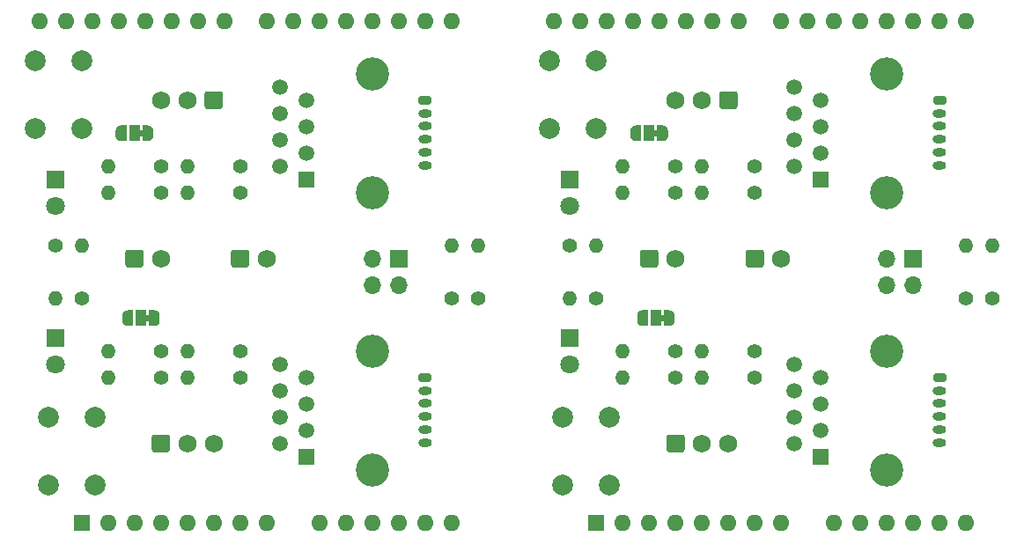
<source format=gbs>
%MOIN*%
%OFA0B0*%
%FSLAX46Y46*%
%IPPOS*%
%LPD*%
%ADD10C,0.0039370078740157488*%
%ADD11R,0.03937007874015748X0.059055118110236227*%
%ADD12C,0.055118110236220472*%
%ADD13O,0.055118110236220472X0.055118110236220472*%
%ADD14O,0.062992125984251982X0.062992125984251982*%
%ADD15R,0.062992125984251982X0.062992125984251982*%
%ADD16C,0.070866141732283464*%
%ADD17R,0.070866141732283464X0.070866141732283464*%
%ADD18R,0.066929133858267723X0.066929133858267723*%
%ADD19O,0.066929133858267723X0.066929133858267723*%
%ADD20O,0.051181102362204731X0.031496062992125991*%
%ADD21C,0.068503937007874022*%
%ADD22C,0.12598425196850396*%
%ADD23R,0.059055118110236227X0.059055118110236227*%
%ADD24C,0.059055118110236227*%
%ADD25C,0.07874015748031496*%
%ADD36C,0.0039370078740157488*%
%ADD37R,0.03937007874015748X0.059055118110236227*%
%ADD38C,0.055118110236220472*%
%ADD39O,0.055118110236220472X0.055118110236220472*%
%ADD40O,0.062992125984251982X0.062992125984251982*%
%ADD41R,0.062992125984251982X0.062992125984251982*%
%ADD42C,0.070866141732283464*%
%ADD43R,0.070866141732283464X0.070866141732283464*%
%ADD44R,0.066929133858267723X0.066929133858267723*%
%ADD45O,0.066929133858267723X0.066929133858267723*%
%ADD46O,0.051181102362204731X0.031496062992125991*%
%ADD47C,0.068503937007874022*%
%ADD48C,0.12598425196850396*%
%ADD49R,0.059055118110236227X0.059055118110236227*%
%ADD50C,0.059055118110236227*%
%ADD51C,0.07874015748031496*%
%LPD*%
G01*
D10*
G36*
X0000509842Y0001573031D02*
G01*
X0000490157Y0001573031D01*
X0000490157Y0001549409D01*
X0000509842Y0001549409D01*
X0000509842Y0001573031D01*
G37*
G36*
X0000534842Y0000873031D02*
G01*
X0000515157Y0000873031D01*
X0000515157Y0000849409D01*
X0000534842Y0000849409D01*
X0000534842Y0000873031D01*
G37*
G36*
X0000503937Y0001590748D02*
G01*
X0000525590Y0001590748D01*
X0000525590Y0001590724D01*
X0000526556Y0001590724D01*
X0000528478Y0001590534D01*
X0000530373Y0001590158D01*
X0000532222Y0001589597D01*
X0000534007Y0001588858D01*
X0000535710Y0001587947D01*
X0000537316Y0001586874D01*
X0000538810Y0001585648D01*
X0000540176Y0001584282D01*
X0000541401Y0001582789D01*
X0000542474Y0001581183D01*
X0000543385Y0001579479D01*
X0000544124Y0001577694D01*
X0000544685Y0001575846D01*
X0000545062Y0001573951D01*
X0000545251Y0001572028D01*
X0000545251Y0001571062D01*
X0000545275Y0001571062D01*
X0000545275Y0001551377D01*
X0000545251Y0001551377D01*
X0000545251Y0001550412D01*
X0000545062Y0001548489D01*
X0000544685Y0001546594D01*
X0000544124Y0001544746D01*
X0000543385Y0001542961D01*
X0000542474Y0001541257D01*
X0000541401Y0001539651D01*
X0000540176Y0001538158D01*
X0000538810Y0001536792D01*
X0000537316Y0001535566D01*
X0000535710Y0001534493D01*
X0000534007Y0001533582D01*
X0000532222Y0001532843D01*
X0000530373Y0001532282D01*
X0000528478Y0001531905D01*
X0000526556Y0001531716D01*
X0000525590Y0001531716D01*
X0000525590Y0001531692D01*
X0000503937Y0001531692D01*
X0000503937Y0001590748D01*
G37*
D11*
X0000474409Y0001561220D03*
D10*
G36*
X0000423228Y0001531716D02*
G01*
X0000422262Y0001531716D01*
X0000420339Y0001531905D01*
X0000418445Y0001532282D01*
X0000416596Y0001532843D01*
X0000414811Y0001533582D01*
X0000413108Y0001534493D01*
X0000411501Y0001535566D01*
X0000410008Y0001536792D01*
X0000408642Y0001538158D01*
X0000407417Y0001539651D01*
X0000406343Y0001541257D01*
X0000405433Y0001542961D01*
X0000404693Y0001544746D01*
X0000404133Y0001546594D01*
X0000403756Y0001548489D01*
X0000403566Y0001550412D01*
X0000403566Y0001551377D01*
X0000403543Y0001551377D01*
X0000403543Y0001571062D01*
X0000403566Y0001571062D01*
X0000403566Y0001572028D01*
X0000403756Y0001573951D01*
X0000404133Y0001575846D01*
X0000404693Y0001577694D01*
X0000405433Y0001579479D01*
X0000406343Y0001581183D01*
X0000407417Y0001582789D01*
X0000408642Y0001584282D01*
X0000410008Y0001585648D01*
X0000411501Y0001586874D01*
X0000413108Y0001587947D01*
X0000414811Y0001588858D01*
X0000416596Y0001589597D01*
X0000418445Y0001590158D01*
X0000420339Y0001590534D01*
X0000422262Y0001590724D01*
X0000423228Y0001590724D01*
X0000423228Y0001590748D01*
X0000444881Y0001590748D01*
X0000444881Y0001531692D01*
X0000423228Y0001531692D01*
X0000423228Y0001531716D01*
G37*
G36*
X0000528937Y0000890748D02*
G01*
X0000550590Y0000890748D01*
X0000550590Y0000890724D01*
X0000551556Y0000890724D01*
X0000553478Y0000890534D01*
X0000555373Y0000890158D01*
X0000557222Y0000889597D01*
X0000559007Y0000888858D01*
X0000560710Y0000887947D01*
X0000562316Y0000886874D01*
X0000563810Y0000885648D01*
X0000565176Y0000884282D01*
X0000566401Y0000882789D01*
X0000567474Y0000881183D01*
X0000568385Y0000879479D01*
X0000569124Y0000877694D01*
X0000569685Y0000875846D01*
X0000570062Y0000873951D01*
X0000570251Y0000872028D01*
X0000570251Y0000871062D01*
X0000570275Y0000871062D01*
X0000570275Y0000851377D01*
X0000570251Y0000851377D01*
X0000570251Y0000850412D01*
X0000570062Y0000848489D01*
X0000569685Y0000846594D01*
X0000569124Y0000844746D01*
X0000568385Y0000842961D01*
X0000567474Y0000841257D01*
X0000566401Y0000839651D01*
X0000565176Y0000838158D01*
X0000563810Y0000836792D01*
X0000562316Y0000835566D01*
X0000560710Y0000834493D01*
X0000559007Y0000833582D01*
X0000557222Y0000832843D01*
X0000555373Y0000832282D01*
X0000553478Y0000831905D01*
X0000551556Y0000831716D01*
X0000550590Y0000831716D01*
X0000550590Y0000831692D01*
X0000528937Y0000831692D01*
X0000528937Y0000890748D01*
G37*
D11*
X0000499409Y0000861220D03*
D10*
G36*
X0000448228Y0000831716D02*
G01*
X0000447262Y0000831716D01*
X0000445339Y0000831905D01*
X0000443445Y0000832282D01*
X0000441596Y0000832843D01*
X0000439811Y0000833582D01*
X0000438108Y0000834493D01*
X0000436501Y0000835566D01*
X0000435008Y0000836792D01*
X0000433642Y0000838158D01*
X0000432417Y0000839651D01*
X0000431343Y0000841257D01*
X0000430433Y0000842961D01*
X0000429694Y0000844746D01*
X0000429133Y0000846594D01*
X0000428756Y0000848489D01*
X0000428567Y0000850412D01*
X0000428567Y0000851377D01*
X0000428543Y0000851377D01*
X0000428543Y0000871062D01*
X0000428567Y0000871062D01*
X0000428567Y0000872028D01*
X0000428756Y0000873951D01*
X0000429133Y0000875846D01*
X0000429694Y0000877694D01*
X0000430433Y0000879479D01*
X0000431343Y0000881183D01*
X0000432417Y0000882789D01*
X0000433642Y0000884282D01*
X0000435008Y0000885648D01*
X0000436501Y0000886874D01*
X0000438108Y0000887947D01*
X0000439811Y0000888858D01*
X0000441596Y0000889597D01*
X0000443445Y0000890158D01*
X0000445339Y0000890534D01*
X0000447262Y0000890724D01*
X0000448228Y0000890724D01*
X0000448228Y0000890748D01*
X0000469881Y0000890748D01*
X0000469881Y0000831692D01*
X0000448228Y0000831692D01*
X0000448228Y0000831716D01*
G37*
D12*
X0000874409Y0000636220D03*
D13*
X0000674409Y0000636220D03*
D12*
X0000174409Y0001136220D03*
D13*
X0000174409Y0000936220D03*
D12*
X0000274409Y0000936220D03*
D13*
X0000274409Y0001136220D03*
D12*
X0000574409Y0000636220D03*
D13*
X0000374409Y0000636220D03*
D12*
X0000574409Y0000736220D03*
D13*
X0000374409Y0000736220D03*
D12*
X0000874409Y0000736220D03*
D13*
X0000674409Y0000736220D03*
D12*
X0000874409Y0001336220D03*
D13*
X0000674409Y0001336220D03*
D12*
X0000574409Y0001336220D03*
D13*
X0000374409Y0001336220D03*
D12*
X0000874409Y0001436220D03*
D13*
X0000674409Y0001436220D03*
D12*
X0000574409Y0001436220D03*
D13*
X0000374409Y0001436220D03*
D14*
X0001574409Y0001986220D03*
X0001674409Y0001986220D03*
X0001674409Y0000086220D03*
X0001574409Y0000086220D03*
X0000314566Y0001986220D03*
X0001474409Y0000086220D03*
X0000414566Y0001986220D03*
X0001374409Y0000086220D03*
X0000514566Y0001986220D03*
X0001274409Y0000086220D03*
X0000614566Y0001986220D03*
X0001174409Y0000086220D03*
X0000714566Y0001986220D03*
X0000974409Y0000086220D03*
X0000814566Y0001986220D03*
X0000874409Y0000086220D03*
X0000974409Y0001986220D03*
X0000774409Y0000086220D03*
X0001074409Y0001986220D03*
X0000674409Y0000086220D03*
X0001174409Y0001986220D03*
X0000574409Y0000086220D03*
X0001274409Y0001986220D03*
X0000474409Y0000086220D03*
X0001374409Y0001986220D03*
X0000374409Y0000086220D03*
X0001474409Y0001986220D03*
D15*
X0000274409Y0000086220D03*
D14*
X0000114566Y0001986220D03*
X0000214566Y0001986220D03*
D16*
X0000174409Y0001286220D03*
D17*
X0000174409Y0001386220D03*
X0000174409Y0000786220D03*
D16*
X0000174409Y0000686220D03*
D18*
X0001474409Y0001086220D03*
D19*
X0001374409Y0001086220D03*
X0001474409Y0000986220D03*
X0001374409Y0000986220D03*
G36*
G01*
X0001556692Y0000651968D02*
X0001592125Y0000651968D01*
G75*
G02*
X0001599999Y0000644094J-0000007874D01*
G01*
X0001599999Y0000628346D01*
G75*
G02*
X0001592125Y0000620472I-0000007874D01*
G01*
X0001556692Y0000620472D01*
G75*
G02*
X0001548818Y0000628346J0000007874D01*
G01*
X0001548818Y0000644094D01*
G75*
G02*
X0001556692Y0000651968I0000007874D01*
G01*
G37*
D20*
X0001574409Y0000587007D03*
X0001574409Y0000537795D03*
X0001574409Y0000488582D03*
X0001574409Y0000439370D03*
X0001574409Y0000390157D03*
G36*
G01*
X0000440157Y0001061810D02*
X0000440157Y0001110629D01*
G75*
G02*
X0000449999Y0001120472I0000009842D01*
G01*
X0000498818Y0001120472D01*
G75*
G02*
X0000508661Y0001110629J-0000009842D01*
G01*
X0000508661Y0001061810D01*
G75*
G02*
X0000498818Y0001051968I-0000009842D01*
G01*
X0000449999Y0001051968D01*
G75*
G02*
X0000440157Y0001061810J0000009842D01*
G01*
G37*
D21*
X0000574409Y0001086220D03*
G36*
G01*
X0000540157Y0000361810D02*
X0000540157Y0000410629D01*
G75*
G02*
X0000549999Y0000420472I0000009842D01*
G01*
X0000598818Y0000420472D01*
G75*
G02*
X0000608661Y0000410629J-0000009842D01*
G01*
X0000608661Y0000361810D01*
G75*
G02*
X0000598818Y0000351968I-0000009842D01*
G01*
X0000549999Y0000351968D01*
G75*
G02*
X0000540157Y0000361810J0000009842D01*
G01*
G37*
X0000674409Y0000386220D03*
X0000774409Y0000386220D03*
X0000574409Y0001686220D03*
X0000674409Y0001686220D03*
G36*
G01*
X0000808661Y0001710629D02*
X0000808661Y0001661810D01*
G75*
G02*
X0000798818Y0001651968I-0000009842D01*
G01*
X0000749999Y0001651968D01*
G75*
G02*
X0000740157Y0001661810J0000009842D01*
G01*
X0000740157Y0001710629D01*
G75*
G02*
X0000749999Y0001720472I0000009842D01*
G01*
X0000798818Y0001720472D01*
G75*
G02*
X0000808661Y0001710629J-0000009842D01*
G01*
G37*
D22*
X0001374409Y0000736220D03*
X0001374409Y0000286220D03*
D23*
X0001124409Y0000336220D03*
D24*
X0001024409Y0000386220D03*
X0001124409Y0000436220D03*
X0001024409Y0000486220D03*
X0001124409Y0000536220D03*
X0001024409Y0000586220D03*
X0001124409Y0000636220D03*
X0001024409Y0000686220D03*
X0001024409Y0001736220D03*
X0001124409Y0001686220D03*
X0001024409Y0001636220D03*
X0001124409Y0001586220D03*
X0001024409Y0001536220D03*
X0001124409Y0001486220D03*
X0001024409Y0001436220D03*
D23*
X0001124409Y0001386220D03*
D22*
X0001374409Y0001336220D03*
X0001374409Y0001786220D03*
D20*
X0001574409Y0001440157D03*
X0001574409Y0001489370D03*
X0001574409Y0001538582D03*
X0001574409Y0001587795D03*
X0001574409Y0001637007D03*
G36*
G01*
X0001556692Y0001701968D02*
X0001592125Y0001701968D01*
G75*
G02*
X0001599999Y0001694094J-0000007874D01*
G01*
X0001599999Y0001678346D01*
G75*
G02*
X0001592125Y0001670472I-0000007874D01*
G01*
X0001556692Y0001670472D01*
G75*
G02*
X0001548818Y0001678346J0000007874D01*
G01*
X0001548818Y0001694094D01*
G75*
G02*
X0001556692Y0001701968I0000007874D01*
G01*
G37*
D21*
X0000974409Y0001086220D03*
G36*
G01*
X0000840157Y0001061810D02*
X0000840157Y0001110629D01*
G75*
G02*
X0000849999Y0001120472I0000009842D01*
G01*
X0000898818Y0001120472D01*
G75*
G02*
X0000908661Y0001110629J-0000009842D01*
G01*
X0000908661Y0001061810D01*
G75*
G02*
X0000898818Y0001051968I-0000009842D01*
G01*
X0000849999Y0001051968D01*
G75*
G02*
X0000840157Y0001061810J0000009842D01*
G01*
G37*
D25*
X0000097244Y0001836220D03*
X0000274409Y0001836220D03*
X0000097244Y0001580314D03*
X0000274409Y0001580314D03*
X0000324409Y0000230314D03*
X0000147244Y0000230314D03*
X0000324409Y0000486220D03*
X0000147244Y0000486220D03*
D12*
X0001674409Y0000936220D03*
D13*
X0001674409Y0001136220D03*
X0001774409Y0001136220D03*
D12*
X0001774409Y0000936220D03*
G04 next file*
%LPD*%
G04 #@! TF.GenerationSoftware,KiCad,Pcbnew,(5.1.10)-1*
G04 #@! TF.CreationDate,2021-10-24T19:50:33-07:00*
G04 #@! TF.ProjectId,project,70726f6a-6563-4742-9e6b-696361645f70,rev?*
G04 #@! TF.SameCoordinates,Original*
G04 #@! TF.FileFunction,Soldermask,Bot*
G04 #@! TF.FilePolarity,Negative*
G04 Gerber Fmt 4.6, Leading zero omitted, Abs format (unit mm)*
G04 Created by KiCad (PCBNEW (5.1.10)-1) date 2021-10-24 19:50:33*
G01*
G04 APERTURE LIST*
G04 APERTURE END LIST*
D36*
G36*
X0002458661Y0001573031D02*
G01*
X0002438976Y0001573031D01*
X0002438976Y0001549409D01*
X0002458661Y0001549409D01*
X0002458661Y0001573031D01*
G37*
G36*
X0002483661Y0000873031D02*
G01*
X0002463976Y0000873031D01*
X0002463976Y0000849409D01*
X0002483661Y0000849409D01*
X0002483661Y0000873031D01*
G37*
G36*
X0002452755Y0001590748D02*
G01*
X0002474409Y0001590748D01*
X0002474409Y0001590724D01*
X0002475375Y0001590724D01*
X0002477297Y0001590534D01*
X0002479192Y0001590158D01*
X0002481041Y0001589597D01*
X0002482825Y0001588858D01*
X0002484529Y0001587947D01*
X0002486135Y0001586874D01*
X0002487629Y0001585648D01*
X0002488995Y0001584282D01*
X0002490220Y0001582789D01*
X0002491293Y0001581183D01*
X0002492204Y0001579479D01*
X0002492943Y0001577694D01*
X0002493504Y0001575846D01*
X0002493881Y0001573951D01*
X0002494070Y0001572028D01*
X0002494070Y0001571062D01*
X0002494094Y0001571062D01*
X0002494094Y0001551377D01*
X0002494070Y0001551377D01*
X0002494070Y0001550412D01*
X0002493881Y0001548489D01*
X0002493504Y0001546594D01*
X0002492943Y0001544746D01*
X0002492204Y0001542961D01*
X0002491293Y0001541257D01*
X0002490220Y0001539651D01*
X0002488995Y0001538158D01*
X0002487629Y0001536792D01*
X0002486135Y0001535566D01*
X0002484529Y0001534493D01*
X0002482825Y0001533582D01*
X0002481041Y0001532843D01*
X0002479192Y0001532282D01*
X0002477297Y0001531905D01*
X0002475375Y0001531716D01*
X0002474409Y0001531716D01*
X0002474409Y0001531692D01*
X0002452755Y0001531692D01*
X0002452755Y0001590748D01*
G37*
D37*
X0002423228Y0001561220D03*
D36*
G36*
X0002372047Y0001531716D02*
G01*
X0002371081Y0001531716D01*
X0002369158Y0001531905D01*
X0002367264Y0001532282D01*
X0002365415Y0001532843D01*
X0002363630Y0001533582D01*
X0002361927Y0001534493D01*
X0002360320Y0001535566D01*
X0002358827Y0001536792D01*
X0002357461Y0001538158D01*
X0002356236Y0001539651D01*
X0002355162Y0001541257D01*
X0002354252Y0001542961D01*
X0002353512Y0001544746D01*
X0002352952Y0001546594D01*
X0002352575Y0001548489D01*
X0002352385Y0001550412D01*
X0002352385Y0001551377D01*
X0002352362Y0001551377D01*
X0002352362Y0001571062D01*
X0002352385Y0001571062D01*
X0002352385Y0001572028D01*
X0002352575Y0001573951D01*
X0002352952Y0001575846D01*
X0002353512Y0001577694D01*
X0002354252Y0001579479D01*
X0002355162Y0001581183D01*
X0002356236Y0001582789D01*
X0002357461Y0001584282D01*
X0002358827Y0001585648D01*
X0002360320Y0001586874D01*
X0002361927Y0001587947D01*
X0002363630Y0001588858D01*
X0002365415Y0001589597D01*
X0002367264Y0001590158D01*
X0002369158Y0001590534D01*
X0002371081Y0001590724D01*
X0002372047Y0001590724D01*
X0002372047Y0001590748D01*
X0002393700Y0001590748D01*
X0002393700Y0001531692D01*
X0002372047Y0001531692D01*
X0002372047Y0001531716D01*
G37*
G36*
X0002477755Y0000890748D02*
G01*
X0002499409Y0000890748D01*
X0002499409Y0000890724D01*
X0002500375Y0000890724D01*
X0002502297Y0000890534D01*
X0002504192Y0000890158D01*
X0002506041Y0000889597D01*
X0002507825Y0000888858D01*
X0002509529Y0000887947D01*
X0002511135Y0000886874D01*
X0002512629Y0000885648D01*
X0002513995Y0000884282D01*
X0002515220Y0000882789D01*
X0002516293Y0000881183D01*
X0002517204Y0000879479D01*
X0002517943Y0000877694D01*
X0002518504Y0000875846D01*
X0002518881Y0000873951D01*
X0002519070Y0000872028D01*
X0002519070Y0000871062D01*
X0002519094Y0000871062D01*
X0002519094Y0000851377D01*
X0002519070Y0000851377D01*
X0002519070Y0000850412D01*
X0002518881Y0000848489D01*
X0002518504Y0000846594D01*
X0002517943Y0000844746D01*
X0002517204Y0000842961D01*
X0002516293Y0000841257D01*
X0002515220Y0000839651D01*
X0002513995Y0000838158D01*
X0002512629Y0000836792D01*
X0002511135Y0000835566D01*
X0002509529Y0000834493D01*
X0002507825Y0000833582D01*
X0002506041Y0000832843D01*
X0002504192Y0000832282D01*
X0002502297Y0000831905D01*
X0002500375Y0000831716D01*
X0002499409Y0000831716D01*
X0002499409Y0000831692D01*
X0002477755Y0000831692D01*
X0002477755Y0000890748D01*
G37*
D37*
X0002448228Y0000861220D03*
D36*
G36*
X0002397047Y0000831716D02*
G01*
X0002396081Y0000831716D01*
X0002394158Y0000831905D01*
X0002392264Y0000832282D01*
X0002390415Y0000832843D01*
X0002388630Y0000833582D01*
X0002386927Y0000834493D01*
X0002385320Y0000835566D01*
X0002383827Y0000836792D01*
X0002382461Y0000838158D01*
X0002381236Y0000839651D01*
X0002380162Y0000841257D01*
X0002379252Y0000842961D01*
X0002378512Y0000844746D01*
X0002377952Y0000846594D01*
X0002377575Y0000848489D01*
X0002377385Y0000850412D01*
X0002377385Y0000851377D01*
X0002377362Y0000851377D01*
X0002377362Y0000871062D01*
X0002377385Y0000871062D01*
X0002377385Y0000872028D01*
X0002377575Y0000873951D01*
X0002377952Y0000875846D01*
X0002378512Y0000877694D01*
X0002379252Y0000879479D01*
X0002380162Y0000881183D01*
X0002381236Y0000882789D01*
X0002382461Y0000884282D01*
X0002383827Y0000885648D01*
X0002385320Y0000886874D01*
X0002386927Y0000887947D01*
X0002388630Y0000888858D01*
X0002390415Y0000889597D01*
X0002392264Y0000890158D01*
X0002394158Y0000890534D01*
X0002396081Y0000890724D01*
X0002397047Y0000890724D01*
X0002397047Y0000890748D01*
X0002418700Y0000890748D01*
X0002418700Y0000831692D01*
X0002397047Y0000831692D01*
X0002397047Y0000831716D01*
G37*
D38*
X0002823228Y0000636220D03*
D39*
X0002623228Y0000636220D03*
D38*
X0002123228Y0001136220D03*
D39*
X0002123228Y0000936220D03*
D38*
X0002223228Y0000936220D03*
D39*
X0002223228Y0001136220D03*
D38*
X0002523228Y0000636220D03*
D39*
X0002323228Y0000636220D03*
D38*
X0002523228Y0000736220D03*
D39*
X0002323228Y0000736220D03*
D38*
X0002823228Y0000736220D03*
D39*
X0002623228Y0000736220D03*
D38*
X0002823228Y0001336220D03*
D39*
X0002623228Y0001336220D03*
D38*
X0002523228Y0001336220D03*
D39*
X0002323228Y0001336220D03*
D38*
X0002823228Y0001436220D03*
D39*
X0002623228Y0001436220D03*
D38*
X0002523228Y0001436220D03*
D39*
X0002323228Y0001436220D03*
D40*
X0003523228Y0001986220D03*
X0003623228Y0001986220D03*
X0003623228Y0000086220D03*
X0003523228Y0000086220D03*
X0002263385Y0001986220D03*
X0003423228Y0000086220D03*
X0002363385Y0001986220D03*
X0003323228Y0000086220D03*
X0002463385Y0001986220D03*
X0003223228Y0000086220D03*
X0002563385Y0001986220D03*
X0003123228Y0000086220D03*
X0002663385Y0001986220D03*
X0002923228Y0000086220D03*
X0002763385Y0001986220D03*
X0002823228Y0000086220D03*
X0002923228Y0001986220D03*
X0002723228Y0000086220D03*
X0003023228Y0001986220D03*
X0002623228Y0000086220D03*
X0003123228Y0001986220D03*
X0002523228Y0000086220D03*
X0003223228Y0001986220D03*
X0002423228Y0000086220D03*
X0003323228Y0001986220D03*
X0002323228Y0000086220D03*
X0003423228Y0001986220D03*
D41*
X0002223228Y0000086220D03*
D40*
X0002063385Y0001986220D03*
X0002163385Y0001986220D03*
D42*
X0002123228Y0001286220D03*
D43*
X0002123228Y0001386220D03*
X0002123228Y0000786220D03*
D42*
X0002123228Y0000686220D03*
D44*
X0003423228Y0001086220D03*
D45*
X0003323228Y0001086220D03*
X0003423228Y0000986220D03*
X0003323228Y0000986220D03*
G36*
G01*
X0003505511Y0000651968D02*
X0003540944Y0000651968D01*
G75*
G02*
X0003548818Y0000644094J-0000007874D01*
G01*
X0003548818Y0000628346D01*
G75*
G02*
X0003540944Y0000620472I-0000007874D01*
G01*
X0003505511Y0000620472D01*
G75*
G02*
X0003497637Y0000628346J0000007874D01*
G01*
X0003497637Y0000644094D01*
G75*
G02*
X0003505511Y0000651968I0000007874D01*
G01*
G37*
D46*
X0003523228Y0000587007D03*
X0003523228Y0000537795D03*
X0003523228Y0000488582D03*
X0003523228Y0000439370D03*
X0003523228Y0000390157D03*
G36*
G01*
X0002388976Y0001061810D02*
X0002388976Y0001110629D01*
G75*
G02*
X0002398818Y0001120472I0000009842D01*
G01*
X0002447637Y0001120472D01*
G75*
G02*
X0002457480Y0001110629J-0000009842D01*
G01*
X0002457480Y0001061810D01*
G75*
G02*
X0002447637Y0001051968I-0000009842D01*
G01*
X0002398818Y0001051968D01*
G75*
G02*
X0002388976Y0001061810J0000009842D01*
G01*
G37*
D47*
X0002523228Y0001086220D03*
G36*
G01*
X0002488976Y0000361810D02*
X0002488976Y0000410629D01*
G75*
G02*
X0002498818Y0000420472I0000009842D01*
G01*
X0002547637Y0000420472D01*
G75*
G02*
X0002557480Y0000410629J-0000009842D01*
G01*
X0002557480Y0000361810D01*
G75*
G02*
X0002547637Y0000351968I-0000009842D01*
G01*
X0002498818Y0000351968D01*
G75*
G02*
X0002488976Y0000361810J0000009842D01*
G01*
G37*
X0002623228Y0000386220D03*
X0002723228Y0000386220D03*
X0002523228Y0001686220D03*
X0002623228Y0001686220D03*
G36*
G01*
X0002757480Y0001710629D02*
X0002757480Y0001661810D01*
G75*
G02*
X0002747637Y0001651968I-0000009842D01*
G01*
X0002698818Y0001651968D01*
G75*
G02*
X0002688976Y0001661810J0000009842D01*
G01*
X0002688976Y0001710629D01*
G75*
G02*
X0002698818Y0001720472I0000009842D01*
G01*
X0002747637Y0001720472D01*
G75*
G02*
X0002757480Y0001710629J-0000009842D01*
G01*
G37*
D48*
X0003323228Y0000736220D03*
X0003323228Y0000286220D03*
D49*
X0003073228Y0000336220D03*
D50*
X0002973228Y0000386220D03*
X0003073228Y0000436220D03*
X0002973228Y0000486220D03*
X0003073228Y0000536220D03*
X0002973228Y0000586220D03*
X0003073228Y0000636220D03*
X0002973228Y0000686220D03*
X0002973228Y0001736220D03*
X0003073228Y0001686220D03*
X0002973228Y0001636220D03*
X0003073228Y0001586220D03*
X0002973228Y0001536220D03*
X0003073228Y0001486220D03*
X0002973228Y0001436220D03*
D49*
X0003073228Y0001386220D03*
D48*
X0003323228Y0001336220D03*
X0003323228Y0001786220D03*
D46*
X0003523228Y0001440157D03*
X0003523228Y0001489370D03*
X0003523228Y0001538582D03*
X0003523228Y0001587795D03*
X0003523228Y0001637007D03*
G36*
G01*
X0003505511Y0001701968D02*
X0003540944Y0001701968D01*
G75*
G02*
X0003548818Y0001694094J-0000007874D01*
G01*
X0003548818Y0001678346D01*
G75*
G02*
X0003540944Y0001670472I-0000007874D01*
G01*
X0003505511Y0001670472D01*
G75*
G02*
X0003497637Y0001678346J0000007874D01*
G01*
X0003497637Y0001694094D01*
G75*
G02*
X0003505511Y0001701968I0000007874D01*
G01*
G37*
D47*
X0002923228Y0001086220D03*
G36*
G01*
X0002788976Y0001061810D02*
X0002788976Y0001110629D01*
G75*
G02*
X0002798818Y0001120472I0000009842D01*
G01*
X0002847637Y0001120472D01*
G75*
G02*
X0002857480Y0001110629J-0000009842D01*
G01*
X0002857480Y0001061810D01*
G75*
G02*
X0002847637Y0001051968I-0000009842D01*
G01*
X0002798818Y0001051968D01*
G75*
G02*
X0002788976Y0001061810J0000009842D01*
G01*
G37*
D51*
X0002046062Y0001836220D03*
X0002223228Y0001836220D03*
X0002046062Y0001580314D03*
X0002223228Y0001580314D03*
X0002273228Y0000230314D03*
X0002096062Y0000230314D03*
X0002273228Y0000486220D03*
X0002096062Y0000486220D03*
D38*
X0003623228Y0000936220D03*
D39*
X0003623228Y0001136220D03*
X0003723228Y0001136220D03*
D38*
X0003723228Y0000936220D03*
M02*
</source>
